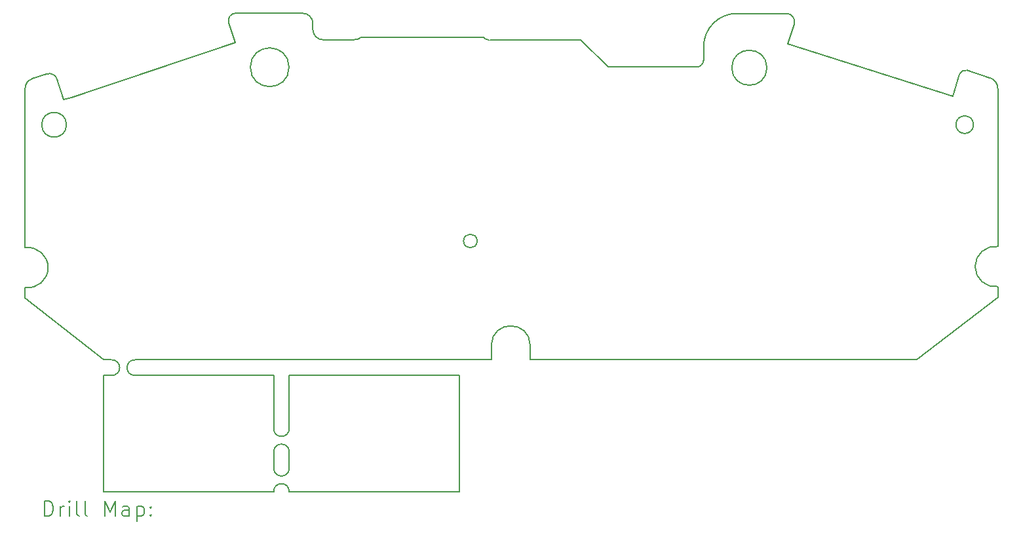
<source format=gbr>
%TF.GenerationSoftware,KiCad,Pcbnew,8.0.9*%
%TF.CreationDate,2025-09-24T23:27:44+09:00*%
%TF.ProjectId,usb_sfc_pad,7573625f-7366-4635-9f70-61642e6b6963,rev?*%
%TF.SameCoordinates,Original*%
%TF.FileFunction,Drillmap*%
%TF.FilePolarity,Positive*%
%FSLAX45Y45*%
G04 Gerber Fmt 4.5, Leading zero omitted, Abs format (unit mm)*
G04 Created by KiCad (PCBNEW 8.0.9) date 2025-09-24 23:27:44*
%MOMM*%
%LPD*%
G01*
G04 APERTURE LIST*
%ADD10C,0.200000*%
%ADD11C,0.050000*%
G04 APERTURE END LIST*
D10*
X15166155Y-12552955D02*
G75*
G02*
X15666787Y-12558575I250275J-6465D01*
G01*
X13392241Y-8609462D02*
X12992122Y-8609462D01*
X12353771Y-12950000D02*
X12353771Y-13637500D01*
X21708663Y-11801257D02*
G75*
G02*
X21708662Y-11282103I-31583J259577D01*
G01*
X12553771Y-13937500D02*
X12553771Y-14150000D01*
X12956271Y-12747936D02*
X14856271Y-12747936D01*
X17907513Y-8870472D02*
G75*
G02*
X17816331Y-8961653I-91183J2D01*
G01*
X12553771Y-13637500D02*
G75*
G02*
X12353771Y-13637500I-100000J0D01*
G01*
X17816331Y-8961654D02*
X16674113Y-8961654D01*
X18978236Y-8269557D02*
X18338130Y-8269557D01*
X17907513Y-8700174D02*
G75*
G02*
X18338130Y-8269553I430617J4D01*
G01*
X13489798Y-8574752D02*
G75*
G02*
X13392241Y-8609461I-97558J119752D01*
G01*
X9142289Y-11813560D02*
X9142289Y-11944802D01*
X9421554Y-9052068D02*
X9231940Y-9114902D01*
X12992122Y-8609462D02*
G75*
G02*
X12859578Y-8476923I-2J132542D01*
G01*
X10260000Y-12747936D02*
G75*
G02*
X10260000Y-12950004I3160J-101034D01*
G01*
X12859583Y-8476923D02*
X12859583Y-8398885D01*
X9142289Y-11297846D02*
G75*
G02*
X9142289Y-11813560I36020J-257857D01*
G01*
X10156271Y-12747936D02*
X10260000Y-12747936D01*
X21216225Y-9052481D02*
X21125553Y-9337870D01*
X9737625Y-9353309D02*
X9642500Y-9385000D01*
X14753771Y-14450000D02*
X14753771Y-12950000D01*
X11773121Y-8389529D02*
G75*
G02*
X11861629Y-8266892I88509J29379D01*
G01*
X18724928Y-8971095D02*
G75*
G02*
X18272108Y-8971095I-226410J0D01*
G01*
X18272108Y-8971095D02*
G75*
G02*
X18724928Y-8971095I226410J0D01*
G01*
X11773121Y-8389529D02*
X11859256Y-8648994D01*
X14753771Y-12950000D02*
X12553771Y-12950000D01*
X21708663Y-11940487D02*
X21708663Y-11801257D01*
X15666791Y-12558575D02*
X15666791Y-12747936D01*
X21393964Y-9707707D02*
G75*
G02*
X21167544Y-9707707I-113210J0D01*
G01*
X21167544Y-9707707D02*
G75*
G02*
X21393964Y-9707707I113210J0D01*
G01*
X12353771Y-12950000D02*
X10560000Y-12950000D01*
X12553771Y-12950000D02*
X12553771Y-13637500D01*
X14982698Y-11211638D02*
G75*
G02*
X14806068Y-11211638I-88315J0D01*
G01*
X14806068Y-11211638D02*
G75*
G02*
X14982698Y-11211638I88315J0D01*
G01*
X10560000Y-12950000D02*
G75*
G02*
X10560000Y-12747940I0J101030D01*
G01*
X10153771Y-12950000D02*
X10260000Y-12950000D01*
X9421554Y-9052068D02*
G75*
G02*
X9554031Y-9118512I33016J-99462D01*
G01*
X9676283Y-9708732D02*
G75*
G02*
X9356283Y-9708732I-160000J0D01*
G01*
X9356283Y-9708732D02*
G75*
G02*
X9676283Y-9708732I160000J0D01*
G01*
X9142289Y-9239125D02*
G75*
G02*
X9231941Y-9114905I130891J-5D01*
G01*
X21216225Y-9052481D02*
G75*
G02*
X21305850Y-9005853I68215J-21669D01*
G01*
X10153771Y-12950000D02*
X10153771Y-14450000D01*
X16321176Y-8614729D02*
X15150646Y-8614729D01*
X12353771Y-13937500D02*
X12353771Y-14150000D01*
X12553771Y-14150000D02*
G75*
G02*
X12353771Y-14150000I-100000J0D01*
G01*
X12353771Y-14450000D02*
G75*
G02*
X12553771Y-14450000I100000J0D01*
G01*
X12551631Y-8964978D02*
G75*
G02*
X12051631Y-8964978I-250000J0D01*
G01*
X12051631Y-8964978D02*
G75*
G02*
X12551631Y-8964978I250000J0D01*
G01*
X15666791Y-12747936D02*
X20666039Y-12747936D01*
X9142289Y-11944802D02*
X10156271Y-12747936D01*
X21708663Y-11282092D02*
X21708663Y-9239664D01*
X15130040Y-8612264D02*
G75*
G02*
X15059998Y-8575002I21250J124404D01*
G01*
X10153771Y-14450000D02*
X12353771Y-14450000D01*
X18996614Y-8661480D02*
X19077864Y-8405745D01*
X12553771Y-14450000D02*
X14753771Y-14450000D01*
D11*
X15130040Y-8612264D02*
X15150646Y-8614729D01*
D10*
X17907513Y-8700174D02*
X17907513Y-8870472D01*
X16674113Y-8961654D02*
X16321176Y-8614729D01*
X9142289Y-9239125D02*
X9142289Y-11297846D01*
X14856271Y-12747936D02*
X15166155Y-12747936D01*
X15166155Y-12747936D02*
X15166155Y-12552955D01*
X21125553Y-9337870D02*
X18996614Y-8661480D01*
X15060000Y-8575000D02*
X13489798Y-8574752D01*
X11456271Y-12747936D02*
X12956271Y-12747936D01*
X12727589Y-8266890D02*
X11861629Y-8266890D01*
X21606014Y-9099921D02*
G75*
G02*
X21708661Y-9239664I-43794J-139739D01*
G01*
X9642500Y-9385000D02*
X9554034Y-9118511D01*
X10560000Y-12747936D02*
X11456271Y-12747936D01*
X18978237Y-8269557D02*
G75*
G02*
X19077865Y-8405745I3J-104533D01*
G01*
X21606014Y-9099921D02*
X21305851Y-9005851D01*
X12727589Y-8266890D02*
G75*
G02*
X12859580Y-8398885I1J-131990D01*
G01*
X12353771Y-13937500D02*
G75*
G02*
X12553771Y-13937500I100000J0D01*
G01*
X11859256Y-8648994D02*
X9737625Y-9353309D01*
X20666039Y-12747936D02*
X21708663Y-11940487D01*
X9393066Y-14771484D02*
X9393066Y-14571484D01*
X9393066Y-14571484D02*
X9440685Y-14571484D01*
X9440685Y-14571484D02*
X9469256Y-14581008D01*
X9469256Y-14581008D02*
X9488304Y-14600055D01*
X9488304Y-14600055D02*
X9497828Y-14619103D01*
X9497828Y-14619103D02*
X9507352Y-14657198D01*
X9507352Y-14657198D02*
X9507352Y-14685769D01*
X9507352Y-14685769D02*
X9497828Y-14723865D01*
X9497828Y-14723865D02*
X9488304Y-14742912D01*
X9488304Y-14742912D02*
X9469256Y-14761960D01*
X9469256Y-14761960D02*
X9440685Y-14771484D01*
X9440685Y-14771484D02*
X9393066Y-14771484D01*
X9593066Y-14771484D02*
X9593066Y-14638150D01*
X9593066Y-14676246D02*
X9602590Y-14657198D01*
X9602590Y-14657198D02*
X9612113Y-14647674D01*
X9612113Y-14647674D02*
X9631161Y-14638150D01*
X9631161Y-14638150D02*
X9650209Y-14638150D01*
X9716875Y-14771484D02*
X9716875Y-14638150D01*
X9716875Y-14571484D02*
X9707352Y-14581008D01*
X9707352Y-14581008D02*
X9716875Y-14590531D01*
X9716875Y-14590531D02*
X9726399Y-14581008D01*
X9726399Y-14581008D02*
X9716875Y-14571484D01*
X9716875Y-14571484D02*
X9716875Y-14590531D01*
X9840685Y-14771484D02*
X9821637Y-14761960D01*
X9821637Y-14761960D02*
X9812113Y-14742912D01*
X9812113Y-14742912D02*
X9812113Y-14571484D01*
X9945447Y-14771484D02*
X9926399Y-14761960D01*
X9926399Y-14761960D02*
X9916875Y-14742912D01*
X9916875Y-14742912D02*
X9916875Y-14571484D01*
X10174018Y-14771484D02*
X10174018Y-14571484D01*
X10174018Y-14571484D02*
X10240685Y-14714341D01*
X10240685Y-14714341D02*
X10307352Y-14571484D01*
X10307352Y-14571484D02*
X10307352Y-14771484D01*
X10488304Y-14771484D02*
X10488304Y-14666722D01*
X10488304Y-14666722D02*
X10478780Y-14647674D01*
X10478780Y-14647674D02*
X10459733Y-14638150D01*
X10459733Y-14638150D02*
X10421637Y-14638150D01*
X10421637Y-14638150D02*
X10402590Y-14647674D01*
X10488304Y-14761960D02*
X10469256Y-14771484D01*
X10469256Y-14771484D02*
X10421637Y-14771484D01*
X10421637Y-14771484D02*
X10402590Y-14761960D01*
X10402590Y-14761960D02*
X10393066Y-14742912D01*
X10393066Y-14742912D02*
X10393066Y-14723865D01*
X10393066Y-14723865D02*
X10402590Y-14704817D01*
X10402590Y-14704817D02*
X10421637Y-14695293D01*
X10421637Y-14695293D02*
X10469256Y-14695293D01*
X10469256Y-14695293D02*
X10488304Y-14685769D01*
X10583542Y-14638150D02*
X10583542Y-14838150D01*
X10583542Y-14647674D02*
X10602590Y-14638150D01*
X10602590Y-14638150D02*
X10640685Y-14638150D01*
X10640685Y-14638150D02*
X10659733Y-14647674D01*
X10659733Y-14647674D02*
X10669256Y-14657198D01*
X10669256Y-14657198D02*
X10678780Y-14676246D01*
X10678780Y-14676246D02*
X10678780Y-14733388D01*
X10678780Y-14733388D02*
X10669256Y-14752436D01*
X10669256Y-14752436D02*
X10659733Y-14761960D01*
X10659733Y-14761960D02*
X10640685Y-14771484D01*
X10640685Y-14771484D02*
X10602590Y-14771484D01*
X10602590Y-14771484D02*
X10583542Y-14761960D01*
X10764494Y-14752436D02*
X10774018Y-14761960D01*
X10774018Y-14761960D02*
X10764494Y-14771484D01*
X10764494Y-14771484D02*
X10754971Y-14761960D01*
X10754971Y-14761960D02*
X10764494Y-14752436D01*
X10764494Y-14752436D02*
X10764494Y-14771484D01*
X10764494Y-14647674D02*
X10774018Y-14657198D01*
X10774018Y-14657198D02*
X10764494Y-14666722D01*
X10764494Y-14666722D02*
X10754971Y-14657198D01*
X10754971Y-14657198D02*
X10764494Y-14647674D01*
X10764494Y-14647674D02*
X10764494Y-14666722D01*
M02*

</source>
